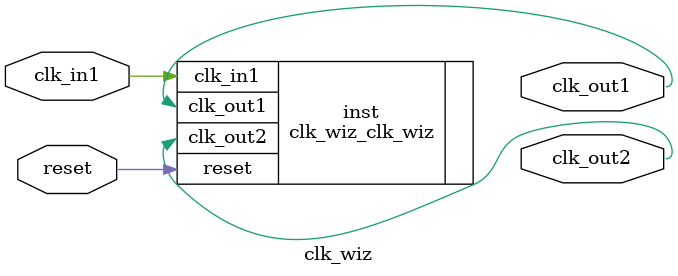
<source format=v>


`timescale 1ps/1ps

(* CORE_GENERATION_INFO = "clk_wiz,clk_wiz_v6_0_1_0_0,{component_name=clk_wiz,use_phase_alignment=true,use_min_o_jitter=false,use_max_i_jitter=false,use_dyn_phase_shift=false,use_inclk_switchover=false,use_dyn_reconfig=false,enable_axi=0,feedback_source=FDBK_AUTO,PRIMITIVE=MMCM,num_out_clk=2,clkin1_period=10.000,clkin2_period=10.000,use_power_down=false,use_reset=true,use_locked=false,use_inclk_stopped=false,feedback_type=SINGLE,CLOCK_MGR_TYPE=NA,manual_override=false}" *)

module clk_wiz 
 (
  // Clock out ports
  output        clk_out1,
  output        clk_out2,
  // Status and control signals
  input         reset,
 // Clock in ports
  input         clk_in1
 );

  clk_wiz_clk_wiz inst
  (
  // Clock out ports  
  .clk_out1(clk_out1),
  .clk_out2(clk_out2),
  // Status and control signals               
  .reset(reset), 
 // Clock in ports
  .clk_in1(clk_in1)
  );

endmodule

</source>
